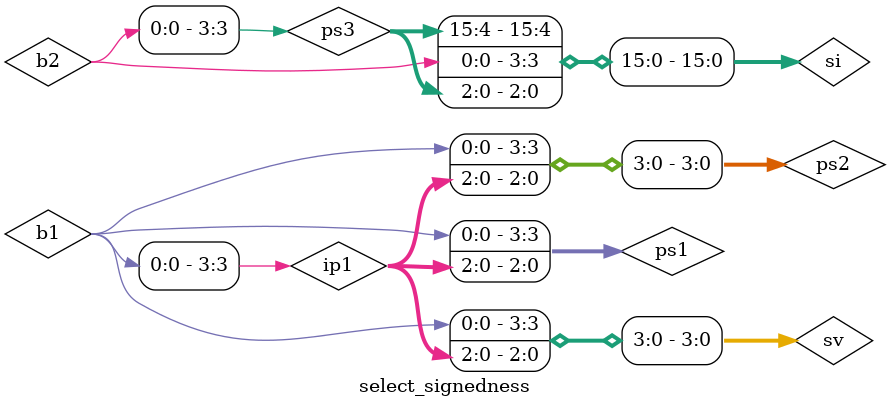
<source format=sv>
module select_signedness;
  logic signed [7:0] sv;
  int si;

  // Bit-select on signed operands -- result is unsigned
  logic b1;
  assign b1 = sv[3];
  logic b2;
  assign b2 = si[3];

  // Fixed part-select on signed operands -- result is unsigned
  logic [3:0] ps1;
  assign ps1 = sv[3:0];
  logic [7:0] ps2;
  assign ps2 = sv[7:0];

  // Indexed part-select on signed operands -- result is unsigned
  logic [3:0] ip1;
  assign ip1 = sv[0+:4];
  logic [3:0] ip2;
  assign ip2 = sv[7-:4];

  // Part-select on 2-state signed type
  logic [15:0] ps3;
  assign ps3 = si[15:0];
endmodule

</source>
